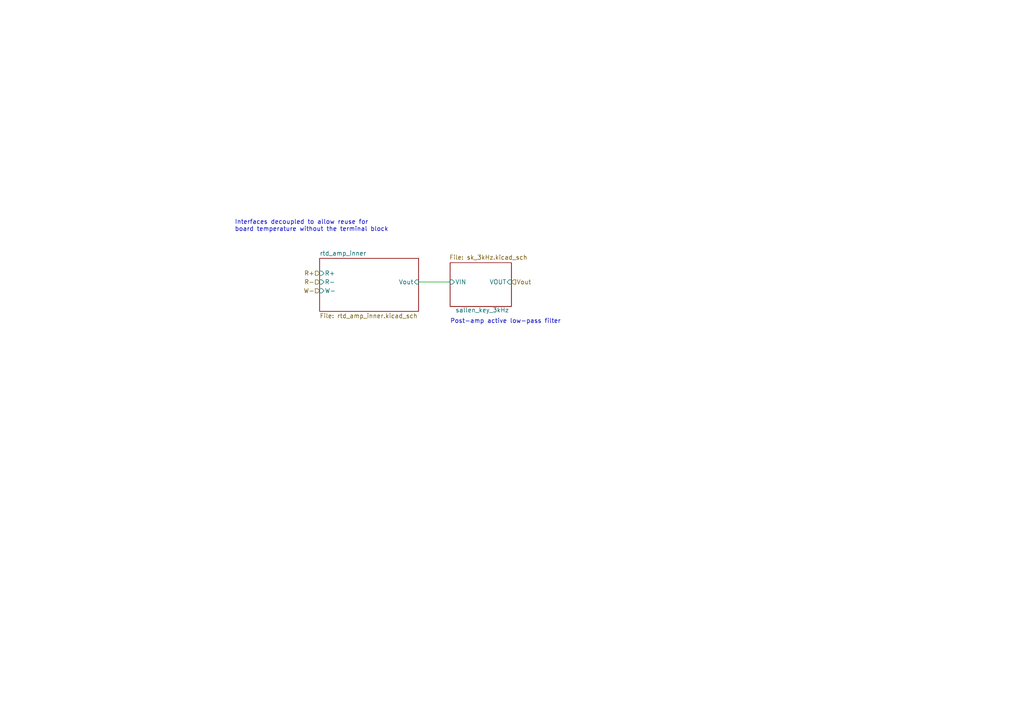
<source format=kicad_sch>
(kicad_sch
	(version 20231120)
	(generator "eeschema")
	(generator_version "8.0")
	(uuid "be3bc0e4-ba4a-4eef-930e-9fc8c1d9bf47")
	(paper "A4")
	(lib_symbols)
	(wire
		(pts
			(xy 121.412 81.788) (xy 130.556 81.788)
		)
		(stroke
			(width 0)
			(type default)
		)
		(uuid "1c2c8a35-8b1a-4759-956c-d28247c918f9")
	)
	(text "Interfaces decoupled to allow reuse for\nboard temperature without the terminal block"
		(exclude_from_sim no)
		(at 68.072 65.532 0)
		(effects
			(font
				(size 1.27 1.27)
			)
			(justify left)
		)
		(uuid "5deaf47f-45e1-440e-bdf5-6681d127bbb1")
	)
	(text "Post-amp active low-pass filter"
		(exclude_from_sim no)
		(at 130.556 93.98 0)
		(effects
			(font
				(size 1.27 1.27)
			)
			(justify left bottom)
		)
		(uuid "e321d3f3-8b60-4b2d-91d4-24b92d047389")
	)
	(hierarchical_label "R+"
		(shape input)
		(at 92.71 79.248 180)
		(effects
			(font
				(size 1.27 1.27)
			)
			(justify right)
		)
		(uuid "a6f72ba7-7563-467e-b10d-586819efe0c7")
	)
	(hierarchical_label "Vout"
		(shape input)
		(at 148.336 81.788 0)
		(effects
			(font
				(size 1.27 1.27)
			)
			(justify left)
		)
		(uuid "c54c2ff0-bd93-4cc2-9e08-4bc92c2f8f39")
	)
	(hierarchical_label "R-"
		(shape input)
		(at 92.71 81.788 180)
		(effects
			(font
				(size 1.27 1.27)
			)
			(justify right)
		)
		(uuid "cd216726-4e26-4dd4-9a3c-dfca92635227")
	)
	(hierarchical_label "W-"
		(shape input)
		(at 92.71 84.328 180)
		(effects
			(font
				(size 1.27 1.27)
			)
			(justify right)
		)
		(uuid "e7caa36c-1d83-4479-8296-3139883a8dcf")
	)
	(sheet
		(at 130.556 76.2)
		(size 17.78 12.7)
		(stroke
			(width 0.1524)
			(type solid)
		)
		(fill
			(color 0 0 0 0.0000)
		)
		(uuid "413450a6-23f7-43dd-83b0-93f1b2a57e6d")
		(property "Sheetname" "sallen_key_3kHz"
			(at 132.08 90.678 0)
			(effects
				(font
					(size 1.27 1.27)
				)
				(justify left bottom)
			)
		)
		(property "Sheetfile" "sk_3kHz.kicad_sch"
			(at 130.302 73.914 0)
			(effects
				(font
					(size 1.27 1.27)
				)
				(justify left top)
			)
		)
		(pin "VIN" input
			(at 130.556 81.788 180)
			(effects
				(font
					(size 1.27 1.27)
				)
				(justify left)
			)
			(uuid "6b17b078-e78b-42e2-a656-e73b9b66b380")
		)
		(pin "VOUT" input
			(at 148.336 81.788 0)
			(effects
				(font
					(size 1.27 1.27)
				)
				(justify right)
			)
			(uuid "1802af58-c9cc-4320-9af1-dd9ce9038f3e")
		)
		(instances
			(project "analog_frontend_panel"
				(path "/c241d083-1323-4b4a-a540-956d0afb7b72/fb5bb440-61c9-4bd3-9ab6-a463ad90c8bb"
					(page "15")
				)
				(path "/c241d083-1323-4b4a-a540-956d0afb7b72/19141585-7846-417a-91df-f61215fe3233"
					(page "17")
				)
				(path "/c241d083-1323-4b4a-a540-956d0afb7b72/1fbd3e63-3701-4f31-b722-16e65c25cea8"
					(page "18")
				)
			)
		)
	)
	(sheet
		(at 92.71 74.93)
		(size 28.702 15.367)
		(fields_autoplaced yes)
		(stroke
			(width 0.1524)
			(type solid)
		)
		(fill
			(color 0 0 0 0.0000)
		)
		(uuid "76bdcc3c-aeb3-45bb-bfec-f68418164bd8")
		(property "Sheetname" "rtd_amp_inner"
			(at 92.71 74.2184 0)
			(effects
				(font
					(size 1.27 1.27)
				)
				(justify left bottom)
			)
		)
		(property "Sheetfile" "rtd_amp_inner.kicad_sch"
			(at 92.71 90.8816 0)
			(effects
				(font
					(size 1.27 1.27)
				)
				(justify left top)
			)
		)
		(pin "R+" input
			(at 92.71 79.248 180)
			(effects
				(font
					(size 1.27 1.27)
				)
				(justify left)
			)
			(uuid "666e21c4-d715-408c-9cb6-0f244f4a0f1c")
		)
		(pin "R-" input
			(at 92.71 81.788 180)
			(effects
				(font
					(size 1.27 1.27)
				)
				(justify left)
			)
			(uuid "250538a6-df44-489f-bce1-b8d420c09470")
		)
		(pin "W-" input
			(at 92.71 84.328 180)
			(effects
				(font
					(size 1.27 1.27)
				)
				(justify left)
			)
			(uuid "5dadc2d3-6167-45e3-935d-d9f1252d9f25")
		)
		(pin "Vout" input
			(at 121.412 81.788 0)
			(effects
				(font
					(size 1.27 1.27)
				)
				(justify right)
			)
			(uuid "c12eb5bd-61de-4abc-bc78-e0c439d7ed12")
		)
		(instances
			(project "analog_i"
				(path "/5a60c4b1-b6cb-416e-8883-8291fa089b87/c2baf18d-2b19-4edb-98b3-535275ee271f/fb5bb440-61c9-4bd3-9ab6-a463ad90c8bb"
					(page "23")
				)
			)
		)
	)
)

</source>
